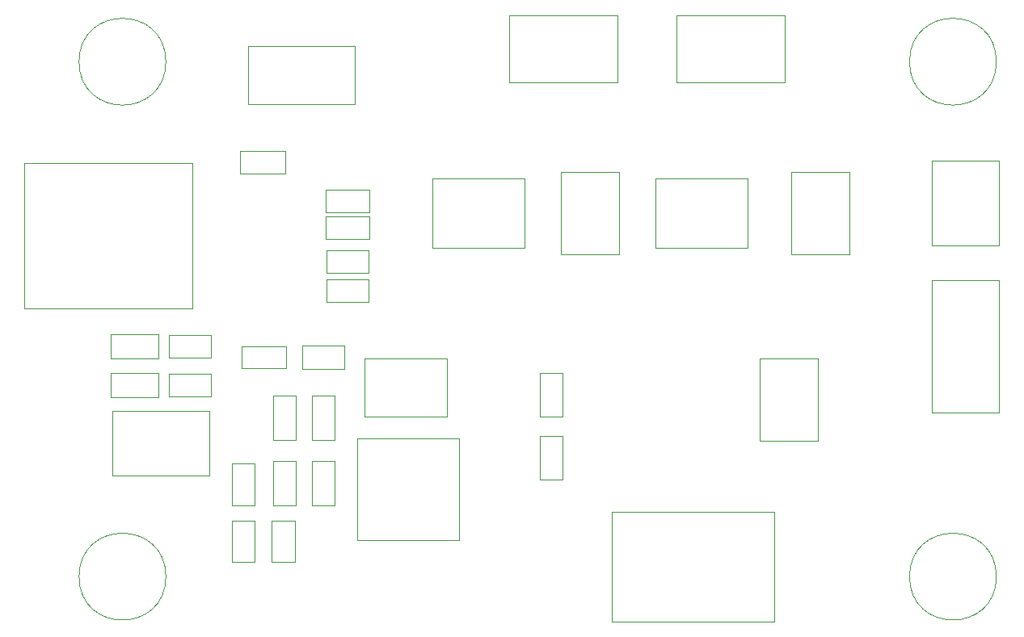
<source format=gbr>
G04 #@! TF.FileFunction,Other,User*
%FSLAX46Y46*%
G04 Gerber Fmt 4.6, Leading zero omitted, Abs format (unit mm)*
G04 Created by KiCad (PCBNEW 4.0.6) date Fri Sep  8 15:32:28 2017*
%MOMM*%
%LPD*%
G01*
G04 APERTURE LIST*
%ADD10C,0.100000*%
%ADD11C,0.050000*%
G04 APERTURE END LIST*
D10*
D11*
X64890000Y-86501000D02*
X64890000Y-81901000D01*
X67190000Y-86501000D02*
X67190000Y-81901000D01*
X64890000Y-86501000D02*
X67190000Y-86501000D01*
X64890000Y-81901000D02*
X67190000Y-81901000D01*
X62117000Y-72143000D02*
X57517000Y-72143000D01*
X62117000Y-69843000D02*
X57517000Y-69843000D01*
X62117000Y-72143000D02*
X62117000Y-69843000D01*
X57517000Y-72143000D02*
X57517000Y-69843000D01*
X63126000Y-81901000D02*
X63126000Y-86501000D01*
X60826000Y-81901000D02*
X60826000Y-86501000D01*
X63126000Y-81901000D02*
X60826000Y-81901000D01*
X63126000Y-86501000D02*
X60826000Y-86501000D01*
X60826000Y-79643000D02*
X60826000Y-75043000D01*
X63126000Y-79643000D02*
X63126000Y-75043000D01*
X60826000Y-79643000D02*
X63126000Y-79643000D01*
X60826000Y-75043000D02*
X63126000Y-75043000D01*
X88766000Y-83834000D02*
X88766000Y-79234000D01*
X91066000Y-83834000D02*
X91066000Y-79234000D01*
X88766000Y-83834000D02*
X91066000Y-83834000D01*
X88766000Y-79234000D02*
X91066000Y-79234000D01*
X91066000Y-72630000D02*
X91066000Y-77230000D01*
X88766000Y-72630000D02*
X88766000Y-77230000D01*
X91066000Y-72630000D02*
X88766000Y-72630000D01*
X91066000Y-77230000D02*
X88766000Y-77230000D01*
X70880000Y-55760000D02*
X66280000Y-55760000D01*
X70880000Y-53460000D02*
X66280000Y-53460000D01*
X70880000Y-55760000D02*
X70880000Y-53460000D01*
X66280000Y-55760000D02*
X66280000Y-53460000D01*
X70880000Y-58554000D02*
X66280000Y-58554000D01*
X70880000Y-56254000D02*
X66280000Y-56254000D01*
X70880000Y-58554000D02*
X70880000Y-56254000D01*
X66280000Y-58554000D02*
X66280000Y-56254000D01*
X64890000Y-79643000D02*
X64890000Y-75043000D01*
X67190000Y-79643000D02*
X67190000Y-75043000D01*
X64890000Y-79643000D02*
X67190000Y-79643000D01*
X64890000Y-75043000D02*
X67190000Y-75043000D01*
X110514000Y-59530000D02*
X100814000Y-59530000D01*
X100814000Y-59530000D02*
X100814000Y-52230000D01*
X100814000Y-52230000D02*
X110514000Y-52230000D01*
X110514000Y-52230000D02*
X110514000Y-59530000D01*
X87146000Y-59530000D02*
X77446000Y-59530000D01*
X77446000Y-59530000D02*
X77446000Y-52230000D01*
X77446000Y-52230000D02*
X87146000Y-52230000D01*
X87146000Y-52230000D02*
X87146000Y-59530000D01*
X43728000Y-75164000D02*
X48728000Y-75164000D01*
X48728000Y-75164000D02*
X48728000Y-72664000D01*
X48728000Y-72664000D02*
X43728000Y-72664000D01*
X43728000Y-72664000D02*
X43728000Y-75164000D01*
X43728000Y-71100000D02*
X48728000Y-71100000D01*
X48728000Y-71100000D02*
X48728000Y-68600000D01*
X48728000Y-68600000D02*
X43728000Y-68600000D01*
X43728000Y-68600000D02*
X43728000Y-71100000D01*
X80230000Y-90136000D02*
X80230000Y-79536000D01*
X69630000Y-90136000D02*
X69630000Y-79536000D01*
X80230000Y-90136000D02*
X69630000Y-90136000D01*
X80230000Y-79536000D02*
X69630000Y-79536000D01*
X70386000Y-77188000D02*
X78986000Y-77188000D01*
X70386000Y-71138000D02*
X78986000Y-71138000D01*
X70386000Y-77188000D02*
X70386000Y-71138000D01*
X78986000Y-77188000D02*
X78986000Y-71138000D01*
X121130000Y-60170000D02*
X121130000Y-51570000D01*
X115080000Y-60170000D02*
X115080000Y-51570000D01*
X121130000Y-60170000D02*
X115080000Y-60170000D01*
X121130000Y-51570000D02*
X115080000Y-51570000D01*
X97000000Y-60170000D02*
X97000000Y-51570000D01*
X90950000Y-60170000D02*
X90950000Y-51570000D01*
X97000000Y-60170000D02*
X90950000Y-60170000D01*
X97000000Y-51570000D02*
X90950000Y-51570000D01*
X56458000Y-86528000D02*
X56458000Y-82128000D01*
X58858000Y-86528000D02*
X58858000Y-82128000D01*
X56458000Y-86528000D02*
X58858000Y-86528000D01*
X56458000Y-82128000D02*
X58858000Y-82128000D01*
X63049000Y-88097000D02*
X63049000Y-92497000D01*
X60649000Y-88097000D02*
X60649000Y-92497000D01*
X63049000Y-88097000D02*
X60649000Y-88097000D01*
X63049000Y-92497000D02*
X60649000Y-92497000D01*
X58858000Y-88097000D02*
X58858000Y-92497000D01*
X56458000Y-88097000D02*
X56458000Y-92497000D01*
X58858000Y-88097000D02*
X56458000Y-88097000D01*
X58858000Y-92497000D02*
X56458000Y-92497000D01*
X49870000Y-72714000D02*
X54270000Y-72714000D01*
X49870000Y-75114000D02*
X54270000Y-75114000D01*
X49870000Y-72714000D02*
X49870000Y-75114000D01*
X54270000Y-72714000D02*
X54270000Y-75114000D01*
X49870000Y-68650000D02*
X54270000Y-68650000D01*
X49870000Y-71050000D02*
X54270000Y-71050000D01*
X49870000Y-68650000D02*
X49870000Y-71050000D01*
X54270000Y-68650000D02*
X54270000Y-71050000D01*
X66380000Y-62808000D02*
X70780000Y-62808000D01*
X66380000Y-65208000D02*
X70780000Y-65208000D01*
X66380000Y-62808000D02*
X66380000Y-65208000D01*
X70780000Y-62808000D02*
X70780000Y-65208000D01*
X66380000Y-59760000D02*
X70780000Y-59760000D01*
X66380000Y-62160000D02*
X70780000Y-62160000D01*
X66380000Y-59760000D02*
X66380000Y-62160000D01*
X70780000Y-59760000D02*
X70780000Y-62160000D01*
X68240000Y-72193000D02*
X63840000Y-72193000D01*
X68240000Y-69793000D02*
X63840000Y-69793000D01*
X68240000Y-72193000D02*
X68240000Y-69793000D01*
X63840000Y-72193000D02*
X63840000Y-69793000D01*
X111788000Y-71148000D02*
X111788000Y-79748000D01*
X117838000Y-71148000D02*
X117838000Y-79748000D01*
X111788000Y-71148000D02*
X117838000Y-71148000D01*
X111788000Y-79748000D02*
X117838000Y-79748000D01*
X54072000Y-83410000D02*
X54072000Y-76610000D01*
X43972000Y-76610000D02*
X43972000Y-83410000D01*
X43972000Y-83410000D02*
X54072000Y-83410000D01*
X43972000Y-76610000D02*
X54072000Y-76610000D01*
X62040000Y-51696000D02*
X57340000Y-51696000D01*
X57340000Y-51696000D02*
X57340000Y-49396000D01*
X57340000Y-49396000D02*
X62040000Y-49396000D01*
X62040000Y-51696000D02*
X62040000Y-49396000D01*
X34750000Y-50600000D02*
X52300000Y-50600000D01*
X52300000Y-50600000D02*
X52300000Y-65850000D01*
X52300000Y-65850000D02*
X34750000Y-65850000D01*
X34750000Y-65850000D02*
X34750000Y-50600000D01*
X136550000Y-40000000D02*
G75*
G03X136550000Y-40000000I-4550000J0D01*
G01*
X49550000Y-40000000D02*
G75*
G03X49550000Y-40000000I-4550000J0D01*
G01*
X49550000Y-94000000D02*
G75*
G03X49550000Y-94000000I-4550000J0D01*
G01*
X136550000Y-94000000D02*
G75*
G03X136550000Y-94000000I-4550000J0D01*
G01*
X113244000Y-98714000D02*
X96244000Y-98714000D01*
X96244000Y-98714000D02*
X96244000Y-87214000D01*
X96244000Y-87214000D02*
X113244000Y-87214000D01*
X113244000Y-87214000D02*
X113244000Y-98714000D01*
X136850000Y-76830000D02*
X129800000Y-76830000D01*
X129800000Y-76830000D02*
X129800000Y-62880000D01*
X129800000Y-62880000D02*
X136850000Y-62880000D01*
X136850000Y-62880000D02*
X136850000Y-76830000D01*
X136850000Y-59304000D02*
X129800000Y-59304000D01*
X129800000Y-59304000D02*
X129800000Y-50404000D01*
X129800000Y-50404000D02*
X136850000Y-50404000D01*
X136850000Y-50404000D02*
X136850000Y-59304000D01*
X114422000Y-35108000D02*
X114422000Y-42158000D01*
X114422000Y-42158000D02*
X103022000Y-42158000D01*
X103022000Y-42158000D02*
X103022000Y-35108000D01*
X103022000Y-35108000D02*
X114422000Y-35108000D01*
X96896000Y-35108000D02*
X96896000Y-42158000D01*
X96896000Y-42158000D02*
X85496000Y-42158000D01*
X85496000Y-42158000D02*
X85496000Y-35108000D01*
X85496000Y-35108000D02*
X96896000Y-35108000D01*
X58144000Y-44472000D02*
X69344000Y-44472000D01*
X69344000Y-44472000D02*
X69344000Y-38322000D01*
X69344000Y-38322000D02*
X58144000Y-38322000D01*
X58144000Y-38322000D02*
X58144000Y-44472000D01*
M02*

</source>
